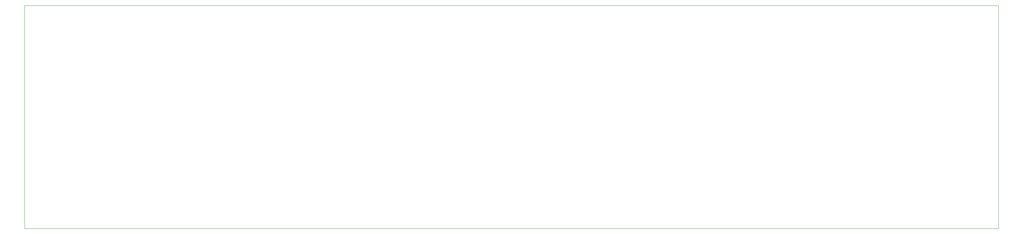
<source format=gbr>
%TF.GenerationSoftware,Altium Limited,Altium Designer,24.6.1 (21)*%
G04 Layer_Color=0*
%FSLAX45Y45*%
%MOMM*%
%TF.SameCoordinates,ADE2F598-D5D4-4EA7-B13B-C0ACE0DB1145*%
%TF.FilePolarity,Positive*%
%TF.FileFunction,Profile,NP*%
%TF.Part,Single*%
G01*
G75*
%TA.AperFunction,Profile*%
%ADD21C,0.02540*%
D21*
X1470000Y1040000D02*
X26987500D01*
Y6895000D01*
X1470000D01*
Y1040000D01*
%TF.MD5,ed8d5c8e89702739b717cca5f547d801*%
M02*

</source>
